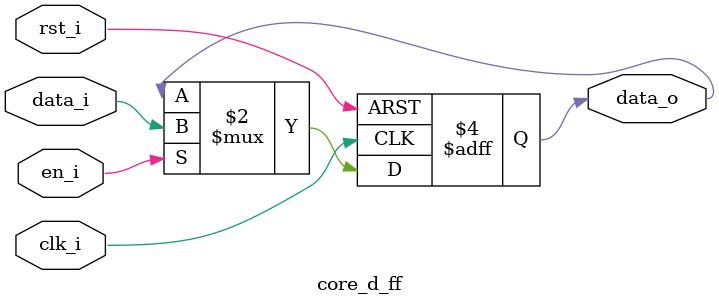
<source format=sv>
module core_d_ff #(
    /// Bit width of the data, leave off for 1 bit
    parameter unsigned Bits = 1,

    /// Reset value of the flip-flop
    parameter logic [Bits-1:0] ResetValue = {Bits{1'b0}}
) (
    input logic clk_i,
    input logic rst_i,
    input logic en_i,
    input logic [Bits-1:0] data_i,
    output logic [Bits-1:0] data_o
);

  always_ff @(posedge clk_i or posedge rst_i) begin
    if (rst_i) begin
      data_o <= {Bits{1'b0}};
    end else if (en_i) begin
      data_o <= data_i;
    end
  end
endmodule

</source>
